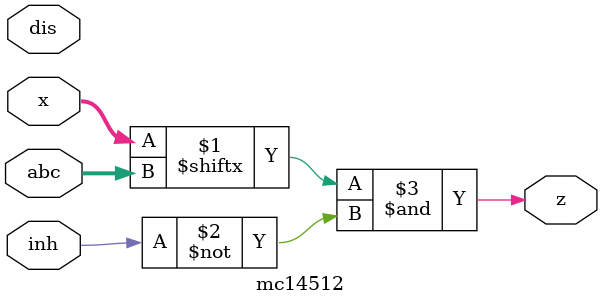
<source format=v>
module mc14512(x, z, abc, inh, dis);
  input [7:0]x; //inputs to be selected for reading
  output z; //output data
  input [2:0]abc; //address of input(x) to be read
  input inh; //force all Xn to 0;
  input dis; //tristate xn. Not implemented
  
  //damn. Thougt that'd work. Might need to try combinatorial syntax.
  assign z = x[abc] & (~inh); 
 
  //assign z = dis? 'bz : (x[abc] & (~ inh)); //nope.
  //I'll believe it when I see it in action.
          
  
endmodule

</source>
